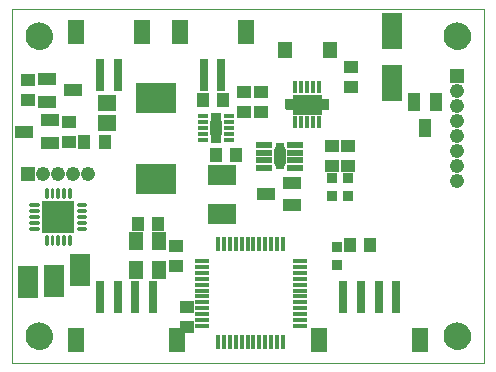
<source format=gts>
G75*
%MOIN*%
%OFA0B0*%
%FSLAX24Y24*%
%IPPOS*%
%LPD*%
%AMOC8*
5,1,8,0,0,1.08239X$1,22.5*
%
%ADD10C,0.0000*%
%ADD11C,0.0906*%
%ADD12R,0.0473X0.0434*%
%ADD13R,0.0434X0.0473*%
%ADD14R,0.0670X0.1221*%
%ADD15R,0.0552X0.0788*%
%ADD16R,0.0316X0.1064*%
%ADD17R,0.0434X0.0591*%
%ADD18R,0.0591X0.0434*%
%ADD19R,0.0476X0.0476*%
%ADD20C,0.0476*%
%ADD21R,0.0640X0.0440*%
%ADD22R,0.0700X0.1100*%
%ADD23R,0.0512X0.0552*%
%ADD24R,0.0946X0.0690*%
%ADD25R,0.0158X0.0434*%
%ADD26R,0.1457X0.0355*%
%ADD27C,0.0004*%
%ADD28C,0.0476*%
%ADD29R,0.1339X0.1024*%
%ADD30R,0.0473X0.0166*%
%ADD31R,0.0166X0.0473*%
%ADD32R,0.0355X0.0138*%
%ADD33R,0.0371X0.0985*%
%ADD34C,0.0397*%
%ADD35R,0.0520X0.0197*%
%ADD36R,0.0260X0.0886*%
%ADD37C,0.0098*%
%ADD38R,0.1064X0.1064*%
%ADD39R,0.0512X0.0591*%
%ADD40R,0.0631X0.0552*%
%ADD41R,0.0355X0.0355*%
D10*
X002071Y001060D02*
X002071Y012871D01*
X017819Y012871D01*
X017819Y001060D01*
X002071Y001060D01*
X002544Y001965D02*
X002546Y002006D01*
X002552Y002047D01*
X002562Y002087D01*
X002575Y002126D01*
X002592Y002163D01*
X002613Y002199D01*
X002637Y002233D01*
X002664Y002264D01*
X002693Y002292D01*
X002726Y002318D01*
X002760Y002340D01*
X002797Y002359D01*
X002835Y002374D01*
X002875Y002386D01*
X002915Y002394D01*
X002956Y002398D01*
X002998Y002398D01*
X003039Y002394D01*
X003079Y002386D01*
X003119Y002374D01*
X003157Y002359D01*
X003193Y002340D01*
X003228Y002318D01*
X003261Y002292D01*
X003290Y002264D01*
X003317Y002233D01*
X003341Y002199D01*
X003362Y002163D01*
X003379Y002126D01*
X003392Y002087D01*
X003402Y002047D01*
X003408Y002006D01*
X003410Y001965D01*
X003408Y001924D01*
X003402Y001883D01*
X003392Y001843D01*
X003379Y001804D01*
X003362Y001767D01*
X003341Y001731D01*
X003317Y001697D01*
X003290Y001666D01*
X003261Y001638D01*
X003228Y001612D01*
X003194Y001590D01*
X003157Y001571D01*
X003119Y001556D01*
X003079Y001544D01*
X003039Y001536D01*
X002998Y001532D01*
X002956Y001532D01*
X002915Y001536D01*
X002875Y001544D01*
X002835Y001556D01*
X002797Y001571D01*
X002761Y001590D01*
X002726Y001612D01*
X002693Y001638D01*
X002664Y001666D01*
X002637Y001697D01*
X002613Y001731D01*
X002592Y001767D01*
X002575Y001804D01*
X002562Y001843D01*
X002552Y001883D01*
X002546Y001924D01*
X002544Y001965D01*
X002544Y011965D02*
X002546Y012006D01*
X002552Y012047D01*
X002562Y012087D01*
X002575Y012126D01*
X002592Y012163D01*
X002613Y012199D01*
X002637Y012233D01*
X002664Y012264D01*
X002693Y012292D01*
X002726Y012318D01*
X002760Y012340D01*
X002797Y012359D01*
X002835Y012374D01*
X002875Y012386D01*
X002915Y012394D01*
X002956Y012398D01*
X002998Y012398D01*
X003039Y012394D01*
X003079Y012386D01*
X003119Y012374D01*
X003157Y012359D01*
X003193Y012340D01*
X003228Y012318D01*
X003261Y012292D01*
X003290Y012264D01*
X003317Y012233D01*
X003341Y012199D01*
X003362Y012163D01*
X003379Y012126D01*
X003392Y012087D01*
X003402Y012047D01*
X003408Y012006D01*
X003410Y011965D01*
X003408Y011924D01*
X003402Y011883D01*
X003392Y011843D01*
X003379Y011804D01*
X003362Y011767D01*
X003341Y011731D01*
X003317Y011697D01*
X003290Y011666D01*
X003261Y011638D01*
X003228Y011612D01*
X003194Y011590D01*
X003157Y011571D01*
X003119Y011556D01*
X003079Y011544D01*
X003039Y011536D01*
X002998Y011532D01*
X002956Y011532D01*
X002915Y011536D01*
X002875Y011544D01*
X002835Y011556D01*
X002797Y011571D01*
X002761Y011590D01*
X002726Y011612D01*
X002693Y011638D01*
X002664Y011666D01*
X002637Y011697D01*
X002613Y011731D01*
X002592Y011767D01*
X002575Y011804D01*
X002562Y011843D01*
X002552Y011883D01*
X002546Y011924D01*
X002544Y011965D01*
X016481Y011965D02*
X016483Y012006D01*
X016489Y012047D01*
X016499Y012087D01*
X016512Y012126D01*
X016529Y012163D01*
X016550Y012199D01*
X016574Y012233D01*
X016601Y012264D01*
X016630Y012292D01*
X016663Y012318D01*
X016697Y012340D01*
X016734Y012359D01*
X016772Y012374D01*
X016812Y012386D01*
X016852Y012394D01*
X016893Y012398D01*
X016935Y012398D01*
X016976Y012394D01*
X017016Y012386D01*
X017056Y012374D01*
X017094Y012359D01*
X017130Y012340D01*
X017165Y012318D01*
X017198Y012292D01*
X017227Y012264D01*
X017254Y012233D01*
X017278Y012199D01*
X017299Y012163D01*
X017316Y012126D01*
X017329Y012087D01*
X017339Y012047D01*
X017345Y012006D01*
X017347Y011965D01*
X017345Y011924D01*
X017339Y011883D01*
X017329Y011843D01*
X017316Y011804D01*
X017299Y011767D01*
X017278Y011731D01*
X017254Y011697D01*
X017227Y011666D01*
X017198Y011638D01*
X017165Y011612D01*
X017131Y011590D01*
X017094Y011571D01*
X017056Y011556D01*
X017016Y011544D01*
X016976Y011536D01*
X016935Y011532D01*
X016893Y011532D01*
X016852Y011536D01*
X016812Y011544D01*
X016772Y011556D01*
X016734Y011571D01*
X016698Y011590D01*
X016663Y011612D01*
X016630Y011638D01*
X016601Y011666D01*
X016574Y011697D01*
X016550Y011731D01*
X016529Y011767D01*
X016512Y011804D01*
X016499Y011843D01*
X016489Y011883D01*
X016483Y011924D01*
X016481Y011965D01*
X016481Y001965D02*
X016483Y002006D01*
X016489Y002047D01*
X016499Y002087D01*
X016512Y002126D01*
X016529Y002163D01*
X016550Y002199D01*
X016574Y002233D01*
X016601Y002264D01*
X016630Y002292D01*
X016663Y002318D01*
X016697Y002340D01*
X016734Y002359D01*
X016772Y002374D01*
X016812Y002386D01*
X016852Y002394D01*
X016893Y002398D01*
X016935Y002398D01*
X016976Y002394D01*
X017016Y002386D01*
X017056Y002374D01*
X017094Y002359D01*
X017130Y002340D01*
X017165Y002318D01*
X017198Y002292D01*
X017227Y002264D01*
X017254Y002233D01*
X017278Y002199D01*
X017299Y002163D01*
X017316Y002126D01*
X017329Y002087D01*
X017339Y002047D01*
X017345Y002006D01*
X017347Y001965D01*
X017345Y001924D01*
X017339Y001883D01*
X017329Y001843D01*
X017316Y001804D01*
X017299Y001767D01*
X017278Y001731D01*
X017254Y001697D01*
X017227Y001666D01*
X017198Y001638D01*
X017165Y001612D01*
X017131Y001590D01*
X017094Y001571D01*
X017056Y001556D01*
X017016Y001544D01*
X016976Y001536D01*
X016935Y001532D01*
X016893Y001532D01*
X016852Y001536D01*
X016812Y001544D01*
X016772Y001556D01*
X016734Y001571D01*
X016698Y001590D01*
X016663Y001612D01*
X016630Y001638D01*
X016601Y001666D01*
X016574Y001697D01*
X016550Y001731D01*
X016529Y001767D01*
X016512Y001804D01*
X016499Y001843D01*
X016489Y001883D01*
X016483Y001924D01*
X016481Y001965D01*
D11*
X016914Y001965D03*
X016914Y011965D03*
X002977Y011965D03*
X002977Y001965D03*
D12*
X007544Y004308D03*
X007544Y004977D03*
X007898Y002930D03*
X007898Y002261D03*
X012740Y007615D03*
X013292Y007615D03*
X013292Y008284D03*
X012740Y008284D03*
X010378Y009426D03*
X009827Y009426D03*
X009827Y010095D03*
X010378Y010095D03*
X013370Y010273D03*
X013370Y010942D03*
X003961Y009111D03*
X003961Y008442D03*
X002622Y009820D03*
X002622Y010489D03*
D13*
X004492Y008442D03*
X005162Y008442D03*
X008429Y009839D03*
X009099Y009839D03*
X008863Y007989D03*
X009532Y007989D03*
X006933Y005706D03*
X006264Y005706D03*
X013351Y004997D03*
X014020Y004997D03*
D14*
X014760Y010391D03*
X014760Y012123D03*
D15*
X009866Y012103D03*
X007662Y012103D03*
X006402Y012103D03*
X004197Y012103D03*
X004197Y001828D03*
X007583Y001828D03*
X012307Y001828D03*
X015693Y001828D03*
D16*
X014886Y003265D03*
X014296Y003265D03*
X013705Y003265D03*
X013114Y003265D03*
X006776Y003265D03*
X006185Y003265D03*
X005595Y003265D03*
X005004Y003265D03*
X005004Y010666D03*
X005595Y010666D03*
X008469Y010666D03*
X009059Y010666D03*
D17*
X015477Y009761D03*
X016225Y009761D03*
X015851Y008895D03*
D18*
X011402Y007064D03*
X010536Y006690D03*
X011402Y006316D03*
X004118Y010154D03*
X003252Y009780D03*
X003331Y009150D03*
X002465Y008776D03*
X003331Y008402D03*
X003252Y010528D03*
D19*
X002607Y007359D03*
X016914Y010645D03*
D20*
X016914Y010145D03*
X016914Y009645D03*
X016914Y009145D03*
X016914Y008645D03*
X016914Y008145D03*
X016914Y007645D03*
X016914Y007145D03*
X004607Y007359D03*
X004107Y007359D03*
X003607Y007359D03*
X003107Y007359D03*
D21*
X004335Y004470D03*
X004335Y003870D03*
X003479Y004086D03*
X003479Y003486D03*
X002622Y003476D03*
X002622Y004076D03*
D22*
X002622Y003776D03*
X003479Y003786D03*
X004335Y004170D03*
D23*
X011166Y011493D03*
X012662Y011493D03*
D24*
X009079Y007339D03*
X009079Y006040D03*
D25*
X011520Y009091D03*
X011717Y009091D03*
X011914Y009091D03*
X012111Y009091D03*
X012307Y009091D03*
X012307Y010273D03*
X012111Y010273D03*
X011914Y010273D03*
X011717Y010273D03*
X011520Y010273D03*
D26*
X011914Y009682D03*
D27*
X012386Y009683D02*
X011441Y009683D01*
X011441Y009685D02*
X012386Y009685D01*
X012386Y009688D02*
X011441Y009688D01*
X011441Y009690D02*
X012386Y009690D01*
X012386Y009693D02*
X011441Y009693D01*
X011441Y009695D02*
X012386Y009695D01*
X012386Y009698D02*
X011441Y009698D01*
X011441Y009700D02*
X012386Y009700D01*
X012386Y009702D02*
X011441Y009702D01*
X011441Y009705D02*
X012386Y009705D01*
X012386Y009707D02*
X011441Y009707D01*
X011441Y009710D02*
X012386Y009710D01*
X012386Y009712D02*
X011441Y009712D01*
X011441Y009715D02*
X012386Y009715D01*
X012386Y009717D02*
X011441Y009717D01*
X011441Y009719D02*
X012386Y009719D01*
X012386Y009722D02*
X011441Y009722D01*
X011441Y009724D02*
X012386Y009724D01*
X012386Y009727D02*
X011441Y009727D01*
X011441Y009729D02*
X012386Y009729D01*
X012386Y009732D02*
X011441Y009732D01*
X011441Y009734D02*
X012386Y009734D01*
X012386Y009737D02*
X011441Y009737D01*
X011441Y009739D02*
X012386Y009739D01*
X012386Y009741D02*
X012386Y009623D01*
X012622Y009623D01*
X012622Y009544D01*
X012386Y009544D01*
X011441Y009544D01*
X011205Y009544D01*
X011205Y009623D01*
X011441Y009623D01*
X011441Y009741D01*
X011205Y009741D01*
X011205Y009820D01*
X011441Y009820D01*
X011441Y009997D01*
X012386Y009997D01*
X012386Y009820D01*
X012622Y009820D01*
X012622Y009741D01*
X012386Y009741D01*
X012386Y009680D02*
X011441Y009680D01*
X011441Y009678D02*
X012386Y009678D01*
X012386Y009676D02*
X011441Y009676D01*
X011441Y009673D02*
X012386Y009673D01*
X012386Y009671D02*
X011441Y009671D01*
X011441Y009668D02*
X012386Y009668D01*
X012386Y009666D02*
X011441Y009666D01*
X011441Y009663D02*
X012386Y009663D01*
X012386Y009661D02*
X011441Y009661D01*
X011441Y009659D02*
X012386Y009659D01*
X012386Y009656D02*
X011441Y009656D01*
X011441Y009654D02*
X012386Y009654D01*
X012386Y009651D02*
X011441Y009651D01*
X011441Y009649D02*
X012386Y009649D01*
X012386Y009646D02*
X011441Y009646D01*
X011441Y009644D02*
X012386Y009644D01*
X012386Y009641D02*
X011441Y009641D01*
X011441Y009639D02*
X012386Y009639D01*
X012386Y009637D02*
X011441Y009637D01*
X011441Y009634D02*
X012386Y009634D01*
X012386Y009632D02*
X011441Y009632D01*
X011441Y009629D02*
X012386Y009629D01*
X012386Y009627D02*
X011441Y009627D01*
X011441Y009624D02*
X012386Y009624D01*
X012386Y009544D02*
X012386Y009367D01*
X011441Y009367D01*
X011441Y009544D01*
X011441Y009542D02*
X012386Y009542D01*
X012386Y009539D02*
X011441Y009539D01*
X011441Y009537D02*
X012386Y009537D01*
X012386Y009534D02*
X011441Y009534D01*
X011441Y009532D02*
X012386Y009532D01*
X012386Y009529D02*
X011441Y009529D01*
X011441Y009527D02*
X012386Y009527D01*
X012386Y009525D02*
X011441Y009525D01*
X011441Y009522D02*
X012386Y009522D01*
X012386Y009520D02*
X011441Y009520D01*
X011441Y009517D02*
X012386Y009517D01*
X012386Y009515D02*
X011441Y009515D01*
X011441Y009512D02*
X012386Y009512D01*
X012386Y009510D02*
X011441Y009510D01*
X011441Y009507D02*
X012386Y009507D01*
X012386Y009505D02*
X011441Y009505D01*
X011441Y009503D02*
X012386Y009503D01*
X012386Y009500D02*
X011441Y009500D01*
X011441Y009498D02*
X012386Y009498D01*
X012386Y009495D02*
X011441Y009495D01*
X011441Y009493D02*
X012386Y009493D01*
X012386Y009490D02*
X011441Y009490D01*
X011441Y009488D02*
X012386Y009488D01*
X012386Y009486D02*
X011441Y009486D01*
X011441Y009483D02*
X012386Y009483D01*
X012386Y009481D02*
X011441Y009481D01*
X011441Y009478D02*
X012386Y009478D01*
X012386Y009476D02*
X011441Y009476D01*
X011441Y009473D02*
X012386Y009473D01*
X012386Y009471D02*
X011441Y009471D01*
X011441Y009468D02*
X012386Y009468D01*
X012386Y009466D02*
X011441Y009466D01*
X011441Y009464D02*
X012386Y009464D01*
X012386Y009461D02*
X011441Y009461D01*
X011441Y009459D02*
X012386Y009459D01*
X012386Y009456D02*
X011441Y009456D01*
X011441Y009454D02*
X012386Y009454D01*
X012386Y009451D02*
X011441Y009451D01*
X011441Y009449D02*
X012386Y009449D01*
X012386Y009447D02*
X011441Y009447D01*
X011441Y009444D02*
X012386Y009444D01*
X012386Y009442D02*
X011441Y009442D01*
X011441Y009439D02*
X012386Y009439D01*
X012386Y009437D02*
X011441Y009437D01*
X011441Y009434D02*
X012386Y009434D01*
X012386Y009432D02*
X011441Y009432D01*
X011441Y009429D02*
X012386Y009429D01*
X012386Y009427D02*
X011441Y009427D01*
X011441Y009425D02*
X012386Y009425D01*
X012386Y009422D02*
X011441Y009422D01*
X011441Y009420D02*
X012386Y009420D01*
X012386Y009417D02*
X011441Y009417D01*
X011441Y009415D02*
X012386Y009415D01*
X012386Y009412D02*
X011441Y009412D01*
X011441Y009410D02*
X012386Y009410D01*
X012386Y009408D02*
X011441Y009408D01*
X011441Y009405D02*
X012386Y009405D01*
X012386Y009403D02*
X011441Y009403D01*
X011441Y009400D02*
X012386Y009400D01*
X012386Y009398D02*
X011441Y009398D01*
X011441Y009395D02*
X012386Y009395D01*
X012386Y009393D02*
X011441Y009393D01*
X011441Y009390D02*
X012386Y009390D01*
X012386Y009388D02*
X011441Y009388D01*
X011441Y009386D02*
X012386Y009386D01*
X012386Y009383D02*
X011441Y009383D01*
X011441Y009381D02*
X012386Y009381D01*
X012386Y009378D02*
X011441Y009378D01*
X011441Y009376D02*
X012386Y009376D01*
X012386Y009373D02*
X011441Y009373D01*
X011441Y009371D02*
X012386Y009371D01*
X012386Y009369D02*
X011441Y009369D01*
X011205Y009546D02*
X012622Y009546D01*
X012622Y009549D02*
X011205Y009549D01*
X011205Y009551D02*
X012622Y009551D01*
X012622Y009554D02*
X011205Y009554D01*
X011205Y009556D02*
X012622Y009556D01*
X012622Y009559D02*
X011205Y009559D01*
X011205Y009561D02*
X012622Y009561D01*
X012622Y009564D02*
X011205Y009564D01*
X011205Y009566D02*
X012622Y009566D01*
X012622Y009568D02*
X011205Y009568D01*
X011205Y009571D02*
X012622Y009571D01*
X012622Y009573D02*
X011205Y009573D01*
X011205Y009576D02*
X012622Y009576D01*
X012622Y009578D02*
X011205Y009578D01*
X011205Y009581D02*
X012622Y009581D01*
X012622Y009583D02*
X011205Y009583D01*
X011205Y009585D02*
X012622Y009585D01*
X012622Y009588D02*
X011205Y009588D01*
X011205Y009590D02*
X012622Y009590D01*
X012622Y009593D02*
X011205Y009593D01*
X011205Y009595D02*
X012622Y009595D01*
X012622Y009598D02*
X011205Y009598D01*
X011205Y009600D02*
X012622Y009600D01*
X012622Y009602D02*
X011205Y009602D01*
X011205Y009605D02*
X012622Y009605D01*
X012622Y009607D02*
X011205Y009607D01*
X011205Y009610D02*
X012622Y009610D01*
X012622Y009612D02*
X011205Y009612D01*
X011205Y009615D02*
X012622Y009615D01*
X012622Y009617D02*
X011205Y009617D01*
X011205Y009620D02*
X012622Y009620D01*
X012622Y009622D02*
X011205Y009622D01*
X011205Y009741D02*
X012622Y009741D01*
X012622Y009744D02*
X011205Y009744D01*
X011205Y009746D02*
X012622Y009746D01*
X012622Y009749D02*
X011205Y009749D01*
X011205Y009751D02*
X012622Y009751D01*
X012622Y009754D02*
X011205Y009754D01*
X011205Y009756D02*
X012622Y009756D01*
X012622Y009758D02*
X011205Y009758D01*
X011205Y009761D02*
X012622Y009761D01*
X012622Y009763D02*
X011205Y009763D01*
X011205Y009766D02*
X012622Y009766D01*
X012622Y009768D02*
X011205Y009768D01*
X011205Y009771D02*
X012622Y009771D01*
X012622Y009773D02*
X011205Y009773D01*
X011205Y009776D02*
X012622Y009776D01*
X012622Y009778D02*
X011205Y009778D01*
X011205Y009780D02*
X012622Y009780D01*
X012622Y009783D02*
X011205Y009783D01*
X011205Y009785D02*
X012622Y009785D01*
X012622Y009788D02*
X011205Y009788D01*
X011205Y009790D02*
X012622Y009790D01*
X012622Y009793D02*
X011205Y009793D01*
X011205Y009795D02*
X012622Y009795D01*
X012622Y009797D02*
X011205Y009797D01*
X011205Y009800D02*
X012622Y009800D01*
X012622Y009802D02*
X011205Y009802D01*
X011205Y009805D02*
X012622Y009805D01*
X012622Y009807D02*
X011205Y009807D01*
X011205Y009810D02*
X012622Y009810D01*
X012622Y009812D02*
X011205Y009812D01*
X011205Y009815D02*
X012622Y009815D01*
X012622Y009817D02*
X011205Y009817D01*
X011205Y009819D02*
X012622Y009819D01*
X012386Y009822D02*
X011441Y009822D01*
X011441Y009824D02*
X012386Y009824D01*
X012386Y009827D02*
X011441Y009827D01*
X011441Y009829D02*
X012386Y009829D01*
X012386Y009832D02*
X011441Y009832D01*
X011441Y009834D02*
X012386Y009834D01*
X012386Y009836D02*
X011441Y009836D01*
X011441Y009839D02*
X012386Y009839D01*
X012386Y009841D02*
X011441Y009841D01*
X011441Y009844D02*
X012386Y009844D01*
X012386Y009846D02*
X011441Y009846D01*
X011441Y009849D02*
X012386Y009849D01*
X012386Y009851D02*
X011441Y009851D01*
X011441Y009854D02*
X012386Y009854D01*
X012386Y009856D02*
X011441Y009856D01*
X011441Y009858D02*
X012386Y009858D01*
X012386Y009861D02*
X011441Y009861D01*
X011441Y009863D02*
X012386Y009863D01*
X012386Y009866D02*
X011441Y009866D01*
X011441Y009868D02*
X012386Y009868D01*
X012386Y009871D02*
X011441Y009871D01*
X011441Y009873D02*
X012386Y009873D01*
X012386Y009875D02*
X011441Y009875D01*
X011441Y009878D02*
X012386Y009878D01*
X012386Y009880D02*
X011441Y009880D01*
X011441Y009883D02*
X012386Y009883D01*
X012386Y009885D02*
X011441Y009885D01*
X011441Y009888D02*
X012386Y009888D01*
X012386Y009890D02*
X011441Y009890D01*
X011441Y009893D02*
X012386Y009893D01*
X012386Y009895D02*
X011441Y009895D01*
X011441Y009897D02*
X012386Y009897D01*
X012386Y009900D02*
X011441Y009900D01*
X011441Y009902D02*
X012386Y009902D01*
X012386Y009905D02*
X011441Y009905D01*
X011441Y009907D02*
X012386Y009907D01*
X012386Y009910D02*
X011441Y009910D01*
X011441Y009912D02*
X012386Y009912D01*
X012386Y009914D02*
X011441Y009914D01*
X011441Y009917D02*
X012386Y009917D01*
X012386Y009919D02*
X011441Y009919D01*
X011441Y009922D02*
X012386Y009922D01*
X012386Y009924D02*
X011441Y009924D01*
X011441Y009927D02*
X012386Y009927D01*
X012386Y009929D02*
X011441Y009929D01*
X011441Y009932D02*
X012386Y009932D01*
X012386Y009934D02*
X011441Y009934D01*
X011441Y009936D02*
X012386Y009936D01*
X012386Y009939D02*
X011441Y009939D01*
X011441Y009941D02*
X012386Y009941D01*
X012386Y009944D02*
X011441Y009944D01*
X011441Y009946D02*
X012386Y009946D01*
X012386Y009949D02*
X011441Y009949D01*
X011441Y009951D02*
X012386Y009951D01*
X012386Y009953D02*
X011441Y009953D01*
X011441Y009956D02*
X012386Y009956D01*
X012386Y009958D02*
X011441Y009958D01*
X011441Y009961D02*
X012386Y009961D01*
X012386Y009963D02*
X011441Y009963D01*
X011441Y009966D02*
X012386Y009966D01*
X012386Y009968D02*
X011441Y009968D01*
X011441Y009971D02*
X012386Y009971D01*
X012386Y009973D02*
X011441Y009973D01*
X011441Y009975D02*
X012386Y009975D01*
X012386Y009978D02*
X011441Y009978D01*
X011441Y009980D02*
X012386Y009980D01*
X012386Y009983D02*
X011441Y009983D01*
X011441Y009985D02*
X012386Y009985D01*
X012386Y009988D02*
X011441Y009988D01*
X011441Y009990D02*
X012386Y009990D01*
X012386Y009992D02*
X011441Y009992D01*
X011441Y009995D02*
X012386Y009995D01*
D28*
X012132Y009682D02*
X011696Y009682D01*
D29*
X006874Y009899D03*
X006874Y007182D03*
D30*
X008394Y004465D03*
X008394Y004269D03*
X008394Y004072D03*
X008394Y003875D03*
X008394Y003678D03*
X008394Y003481D03*
X008394Y003284D03*
X008394Y003087D03*
X008394Y002891D03*
X008394Y002694D03*
X008394Y002497D03*
X008394Y002300D03*
X011662Y002300D03*
X011662Y002497D03*
X011662Y002694D03*
X011662Y002891D03*
X011662Y003087D03*
X011662Y003284D03*
X011662Y003481D03*
X011662Y003678D03*
X011662Y003875D03*
X011662Y004072D03*
X011662Y004269D03*
X011662Y004465D03*
D31*
X011111Y005017D03*
X010914Y005017D03*
X010717Y005017D03*
X010520Y005017D03*
X010323Y005017D03*
X010126Y005017D03*
X009929Y005017D03*
X009733Y005017D03*
X009536Y005017D03*
X009339Y005017D03*
X009142Y005017D03*
X008945Y005017D03*
X008945Y001749D03*
X009142Y001749D03*
X009339Y001749D03*
X009536Y001749D03*
X009733Y001749D03*
X009929Y001749D03*
X010126Y001749D03*
X010323Y001749D03*
X010520Y001749D03*
X010717Y001749D03*
X010914Y001749D03*
X011111Y001749D03*
D32*
X009315Y008501D03*
X009315Y008698D03*
X009315Y008895D03*
X009315Y009091D03*
X009315Y009288D03*
X008449Y009288D03*
X008449Y009091D03*
X008449Y008895D03*
X008449Y008698D03*
X008449Y008501D03*
D33*
X008882Y008895D03*
D34*
X008882Y009073D02*
X008882Y008716D01*
X011008Y008128D02*
X011008Y007771D01*
D35*
X010492Y007822D03*
X010492Y008078D03*
X010492Y008334D03*
X011524Y008334D03*
X011524Y008078D03*
X011524Y007822D03*
X011524Y007566D03*
X010492Y007566D03*
D36*
X011008Y007950D03*
D37*
X004522Y006352D02*
X004266Y006352D01*
X004522Y006352D02*
X004522Y006320D01*
X004266Y006320D01*
X004266Y006352D01*
X004266Y006155D02*
X004522Y006155D01*
X004522Y006123D01*
X004266Y006123D01*
X004266Y006155D01*
X004266Y005958D02*
X004522Y005958D01*
X004522Y005926D01*
X004266Y005926D01*
X004266Y005958D01*
X004266Y005761D02*
X004522Y005761D01*
X004522Y005729D01*
X004266Y005729D01*
X004266Y005761D01*
X004266Y005564D02*
X004522Y005564D01*
X004522Y005532D01*
X004266Y005532D01*
X004266Y005564D01*
X004016Y005282D02*
X003984Y005282D01*
X004016Y005282D02*
X004016Y005026D01*
X003984Y005026D01*
X003984Y005282D01*
X003984Y005123D02*
X004016Y005123D01*
X004016Y005220D02*
X003984Y005220D01*
X003819Y005282D02*
X003787Y005282D01*
X003819Y005282D02*
X003819Y005026D01*
X003787Y005026D01*
X003787Y005282D01*
X003787Y005123D02*
X003819Y005123D01*
X003819Y005220D02*
X003787Y005220D01*
X003623Y005282D02*
X003591Y005282D01*
X003623Y005282D02*
X003623Y005026D01*
X003591Y005026D01*
X003591Y005282D01*
X003591Y005123D02*
X003623Y005123D01*
X003623Y005220D02*
X003591Y005220D01*
X003426Y005282D02*
X003394Y005282D01*
X003426Y005282D02*
X003426Y005026D01*
X003394Y005026D01*
X003394Y005282D01*
X003394Y005123D02*
X003426Y005123D01*
X003426Y005220D02*
X003394Y005220D01*
X003229Y005282D02*
X003197Y005282D01*
X003229Y005282D02*
X003229Y005026D01*
X003197Y005026D01*
X003197Y005282D01*
X003197Y005123D02*
X003229Y005123D01*
X003229Y005220D02*
X003197Y005220D01*
X002947Y005564D02*
X002691Y005564D01*
X002947Y005564D02*
X002947Y005532D01*
X002691Y005532D01*
X002691Y005564D01*
X002691Y005761D02*
X002947Y005761D01*
X002947Y005729D01*
X002691Y005729D01*
X002691Y005761D01*
X002691Y005958D02*
X002947Y005958D01*
X002947Y005926D01*
X002691Y005926D01*
X002691Y005958D01*
X002691Y006155D02*
X002947Y006155D01*
X002947Y006123D01*
X002691Y006123D01*
X002691Y006155D01*
X002691Y006352D02*
X002947Y006352D01*
X002947Y006320D01*
X002691Y006320D01*
X002691Y006352D01*
X003197Y006857D02*
X003229Y006857D01*
X003229Y006601D01*
X003197Y006601D01*
X003197Y006857D01*
X003197Y006698D02*
X003229Y006698D01*
X003229Y006795D02*
X003197Y006795D01*
X003394Y006857D02*
X003426Y006857D01*
X003426Y006601D01*
X003394Y006601D01*
X003394Y006857D01*
X003394Y006698D02*
X003426Y006698D01*
X003426Y006795D02*
X003394Y006795D01*
X003591Y006857D02*
X003623Y006857D01*
X003623Y006601D01*
X003591Y006601D01*
X003591Y006857D01*
X003591Y006698D02*
X003623Y006698D01*
X003623Y006795D02*
X003591Y006795D01*
X003787Y006857D02*
X003819Y006857D01*
X003819Y006601D01*
X003787Y006601D01*
X003787Y006857D01*
X003787Y006698D02*
X003819Y006698D01*
X003819Y006795D02*
X003787Y006795D01*
X003984Y006857D02*
X004016Y006857D01*
X004016Y006601D01*
X003984Y006601D01*
X003984Y006857D01*
X003984Y006698D02*
X004016Y006698D01*
X004016Y006795D02*
X003984Y006795D01*
D38*
X003607Y005942D03*
D39*
X006225Y005115D03*
X006973Y005115D03*
X006973Y004170D03*
X006225Y004170D03*
D40*
X005260Y009072D03*
X005260Y009741D03*
D41*
X012740Y007221D03*
X013292Y007221D03*
X013292Y006631D03*
X012740Y006631D03*
X012898Y004938D03*
X012898Y004347D03*
M02*

</source>
